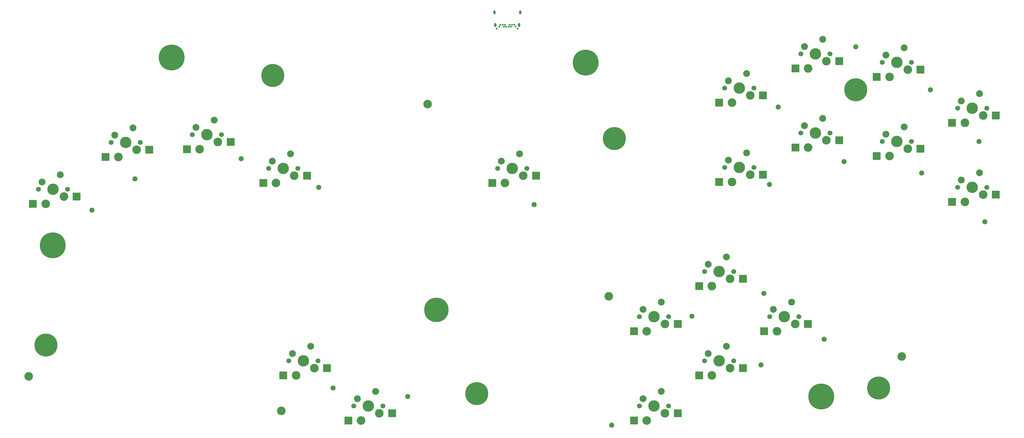
<source format=gbr>
%TF.GenerationSoftware,KiCad,Pcbnew,(7.0.0)*%
%TF.CreationDate,2023-03-03T23:44:03-05:00*%
%TF.ProjectId,ICOF1,49434f46-312e-46b6-9963-61645f706362,rev?*%
%TF.SameCoordinates,Original*%
%TF.FileFunction,Soldermask,Bot*%
%TF.FilePolarity,Negative*%
%FSLAX46Y46*%
G04 Gerber Fmt 4.6, Leading zero omitted, Abs format (unit mm)*
G04 Created by KiCad (PCBNEW (7.0.0)) date 2023-03-03 23:44:03*
%MOMM*%
%LPD*%
G01*
G04 APERTURE LIST*
G04 Aperture macros list*
%AMRoundRect*
0 Rectangle with rounded corners*
0 $1 Rounding radius*
0 $2 $3 $4 $5 $6 $7 $8 $9 X,Y pos of 4 corners*
0 Add a 4 corners polygon primitive as box body*
4,1,4,$2,$3,$4,$5,$6,$7,$8,$9,$2,$3,0*
0 Add four circle primitives for the rounded corners*
1,1,$1+$1,$2,$3*
1,1,$1+$1,$4,$5*
1,1,$1+$1,$6,$7*
1,1,$1+$1,$8,$9*
0 Add four rect primitives between the rounded corners*
20,1,$1+$1,$2,$3,$4,$5,0*
20,1,$1+$1,$4,$5,$6,$7,0*
20,1,$1+$1,$6,$7,$8,$9,0*
20,1,$1+$1,$8,$9,$2,$3,0*%
%AMFreePoly0*
4,1,17,0.425901,0.806901,0.806901,0.425901,0.825500,0.381000,0.825500,-0.381000,0.806901,-0.425901,0.425901,-0.806901,0.381000,-0.825500,-0.381000,-0.825500,-0.425901,-0.806901,-0.806901,-0.425901,-0.825500,-0.381000,-0.825500,0.381000,-0.806901,0.425901,-0.425901,0.806901,-0.381000,0.825500,0.381000,0.825500,0.425901,0.806901,0.425901,0.806901,$1*%
G04 Aperture macros list end*
%ADD10RoundRect,0.063500X1.275000X1.250000X-1.275000X1.250000X-1.275000X-1.250000X1.275000X-1.250000X0*%
%ADD11C,2.374900*%
%ADD12C,1.701800*%
%ADD13C,3.000000*%
%ADD14C,3.987800*%
%ADD15FreePoly0,0.000000*%
%ADD16C,9.000000*%
%ADD17C,8.000000*%
%ADD18C,8.500000*%
%ADD19O,0.800000X1.400000*%
%ADD20C,0.650000*%
G04 APERTURE END LIST*
D10*
%TO.C,U$15*%
X339386100Y-74187600D03*
X354626100Y-71647600D03*
D11*
X348911100Y-64027600D03*
X342561100Y-66567600D03*
D12*
X341291100Y-69107600D03*
D13*
X343831100Y-74187600D03*
D14*
X346371100Y-69107600D03*
D13*
X350181100Y-71647600D03*
D12*
X351451100Y-69107600D03*
%TD*%
D10*
%TO.C,U$19*%
X300155100Y-135317600D03*
X315395100Y-132777600D03*
D11*
X309680100Y-125157600D03*
X303330100Y-127697600D03*
D12*
X302060100Y-130237600D03*
D13*
X304600100Y-135317600D03*
D14*
X307140100Y-130237600D03*
D13*
X310950100Y-132777600D03*
D12*
X312220100Y-130237600D03*
%TD*%
D10*
%TO.C,SW8*%
X99147100Y-71818600D03*
X114387100Y-69278600D03*
D11*
X108672100Y-61658600D03*
X102322100Y-64198600D03*
D12*
X101052100Y-66738600D03*
D13*
X103592100Y-71818600D03*
D14*
X106132100Y-66738600D03*
D13*
X109942100Y-69278600D03*
D12*
X111212100Y-66738600D03*
%TD*%
D15*
%TO.C,JP18*%
X275031100Y-130103600D03*
%TD*%
D16*
%TO.C,@HOLE15*%
X320031100Y-158103600D03*
%TD*%
D13*
%TO.C,@HOLE1*%
X348031100Y-144103600D03*
%TD*%
D17*
%TO.C,@HOLE6*%
X50031100Y-140103600D03*
%TD*%
D15*
%TO.C,JP13*%
X358031100Y-51103600D03*
%TD*%
D10*
%TO.C,U$14*%
X311031100Y-71212600D03*
X326271100Y-68672600D03*
D11*
X320556100Y-61052600D03*
X314206100Y-63592600D03*
D12*
X312936100Y-66132600D03*
D13*
X315476100Y-71212600D03*
D14*
X318016100Y-66132600D03*
D13*
X321826100Y-68672600D03*
D12*
X323096100Y-66132600D03*
%TD*%
D16*
%TO.C,@HOLE11*%
X238031100Y-41603600D03*
%TD*%
D17*
%TO.C,@HOLE8*%
X248031100Y-68103600D03*
%TD*%
D13*
%TO.C,@HOLE0*%
X132031100Y-163103600D03*
%TD*%
D10*
%TO.C,U$16*%
X365609100Y-90223600D03*
X380849100Y-87683600D03*
D11*
X375134100Y-80063600D03*
X368784100Y-82603600D03*
D12*
X367514100Y-85143600D03*
D13*
X370054100Y-90223600D03*
D14*
X372594100Y-85143600D03*
D13*
X376404100Y-87683600D03*
D12*
X377674100Y-85143600D03*
%TD*%
D10*
%TO.C,U$8*%
X205451100Y-83581600D03*
X220691100Y-81041600D03*
D11*
X214976100Y-73421600D03*
X208626100Y-75961600D03*
D12*
X207356100Y-78501600D03*
D13*
X209896100Y-83581600D03*
D14*
X212436100Y-78501600D03*
D13*
X216246100Y-81041600D03*
D12*
X217516100Y-78501600D03*
%TD*%
D15*
%TO.C,JP20*%
X299031100Y-147103600D03*
%TD*%
D10*
%TO.C,U$17*%
X277498100Y-119547600D03*
X292738100Y-117007600D03*
D11*
X287023100Y-109387600D03*
X280673100Y-111927600D03*
D12*
X279403100Y-114467600D03*
D13*
X281943100Y-119547600D03*
D14*
X284483100Y-114467600D03*
D13*
X288293100Y-117007600D03*
D12*
X289563100Y-114467600D03*
%TD*%
D10*
%TO.C,U$12*%
X365609100Y-62613600D03*
X380849100Y-60073600D03*
D11*
X375134100Y-52453600D03*
X368784100Y-54993600D03*
D12*
X367514100Y-57533600D03*
D13*
X370054100Y-62613600D03*
D14*
X372594100Y-57533600D03*
D13*
X376404100Y-60073600D03*
D12*
X377674100Y-57533600D03*
%TD*%
D10*
%TO.C,U$9*%
X284513100Y-55598600D03*
X299753100Y-53058600D03*
D11*
X294038100Y-45438600D03*
X287688100Y-47978600D03*
D12*
X286418100Y-50518600D03*
D13*
X288958100Y-55598600D03*
D14*
X291498100Y-50518600D03*
D13*
X295308100Y-53058600D03*
D12*
X296578100Y-50518600D03*
%TD*%
D10*
%TO.C,U$20*%
X277498100Y-150732600D03*
X292738100Y-148192600D03*
D11*
X287023100Y-140572600D03*
X280673100Y-143112600D03*
D12*
X279403100Y-145652600D03*
D13*
X281943100Y-150732600D03*
D14*
X284483100Y-145652600D03*
D13*
X288293100Y-148192600D03*
D12*
X289563100Y-145652600D03*
%TD*%
D15*
%TO.C,JP10*%
X302031100Y-84103600D03*
%TD*%
%TO.C,JP12*%
X332031100Y-36103600D03*
%TD*%
%TO.C,JP7*%
X176031100Y-158103600D03*
%TD*%
%TO.C,JP16*%
X355031100Y-80103600D03*
%TD*%
%TO.C,JP6*%
X150031100Y-155103600D03*
%TD*%
D10*
%TO.C,U$18*%
X254811100Y-135317600D03*
X270051100Y-132777600D03*
D11*
X264336100Y-125157600D03*
X257986100Y-127697600D03*
D12*
X256716100Y-130237600D03*
D13*
X259256100Y-135317600D03*
D14*
X261796100Y-130237600D03*
D13*
X265606100Y-132777600D03*
D12*
X266876100Y-130237600D03*
%TD*%
D17*
%TO.C,@HOLE4*%
X332031100Y-51103600D03*
%TD*%
D15*
%TO.C,JP19*%
X321031100Y-138103600D03*
%TD*%
D12*
%TO.C,U$21*%
X266876100Y-161422600D03*
D13*
X265606100Y-163962600D03*
D14*
X261796100Y-161422600D03*
D13*
X259256100Y-166502600D03*
D12*
X256716100Y-161422600D03*
D11*
X257986100Y-158882600D03*
X264336100Y-156342600D03*
D10*
X270051100Y-163962600D03*
X254811100Y-166502600D03*
%TD*%
D15*
%TO.C,JP2*%
X66031100Y-93103600D03*
%TD*%
D13*
%TO.C,@HOLE3*%
X246031100Y-123103600D03*
%TD*%
D17*
%TO.C,@HOLE5*%
X340031100Y-155103600D03*
%TD*%
D15*
%TO.C,JP3*%
X81031100Y-82103600D03*
%TD*%
D13*
%TO.C,@HOLE10*%
X182930000Y-56050000D03*
%TD*%
D15*
%TO.C,JP17*%
X300031100Y-122103600D03*
%TD*%
D10*
%TO.C,SW10*%
X125719100Y-83581600D03*
X140959100Y-81041600D03*
D11*
X135244100Y-73421600D03*
X128894100Y-75961600D03*
D12*
X127624100Y-78501600D03*
D13*
X130164100Y-83581600D03*
D14*
X132704100Y-78501600D03*
D13*
X136514100Y-81041600D03*
D12*
X137784100Y-78501600D03*
%TD*%
D15*
%TO.C,JP14*%
X375031100Y-69103600D03*
%TD*%
%TO.C,JP11*%
X328031100Y-76103600D03*
%TD*%
%TO.C,JP8*%
X220031100Y-91103600D03*
%TD*%
D16*
%TO.C,@HOLE12*%
X52431100Y-105303600D03*
%TD*%
D15*
%TO.C,JP15*%
X377031100Y-97103600D03*
%TD*%
D10*
%TO.C,U$7*%
X155366100Y-166501600D03*
X170606100Y-163961600D03*
D11*
X164891100Y-156341600D03*
X158541100Y-158881600D03*
D12*
X157271100Y-161421600D03*
D13*
X159811100Y-166501600D03*
D14*
X162351100Y-161421600D03*
D13*
X166161100Y-163961600D03*
D12*
X167431100Y-161421600D03*
%TD*%
D15*
%TO.C,JP5*%
X145031100Y-85103600D03*
%TD*%
D17*
%TO.C,@HOLE7*%
X129031100Y-46103600D03*
%TD*%
D10*
%TO.C,U$11*%
X339386100Y-46577600D03*
X354626100Y-44037600D03*
D11*
X348911100Y-36417600D03*
X342561100Y-38957600D03*
D12*
X341291100Y-41497600D03*
D13*
X343831100Y-46577600D03*
D14*
X346371100Y-41497600D03*
D13*
X350181100Y-44037600D03*
D12*
X351451100Y-41497600D03*
%TD*%
D10*
%TO.C,U$13*%
X284513100Y-83207600D03*
X299753100Y-80667600D03*
D11*
X294038100Y-73047600D03*
X287688100Y-75587600D03*
D12*
X286418100Y-78127600D03*
D13*
X288958100Y-83207600D03*
D14*
X291498100Y-78127600D03*
D13*
X295308100Y-80667600D03*
D12*
X296578100Y-78127600D03*
%TD*%
D13*
%TO.C,@HOLE2*%
X44031100Y-151103600D03*
%TD*%
D15*
%TO.C,JP4*%
X118031100Y-75103600D03*
%TD*%
D18*
%TO.C,@HOLE14*%
X186031100Y-127903600D03*
%TD*%
D16*
%TO.C,@HOLE13*%
X93831100Y-39803600D03*
%TD*%
D10*
%TO.C,SW6*%
X70791100Y-74544600D03*
X86031100Y-72004600D03*
D11*
X80316100Y-64384600D03*
X73966100Y-66924600D03*
D12*
X72696100Y-69464600D03*
D13*
X75236100Y-74544600D03*
D14*
X77776100Y-69464600D03*
D13*
X81586100Y-72004600D03*
D12*
X82856100Y-69464600D03*
%TD*%
D10*
%TO.C,SW4*%
X45511100Y-90847600D03*
X60751100Y-88307600D03*
D11*
X55036100Y-80687600D03*
X48686100Y-83227600D03*
D12*
X47416100Y-85767600D03*
D13*
X49956100Y-90847600D03*
D14*
X52496100Y-85767600D03*
D13*
X56306100Y-88307600D03*
D12*
X57576100Y-85767600D03*
%TD*%
D10*
%TO.C,U$6*%
X132678100Y-150732600D03*
X147918100Y-148192600D03*
D11*
X142203100Y-140572600D03*
X135853100Y-143112600D03*
D12*
X134583100Y-145652600D03*
D13*
X137123100Y-150732600D03*
D14*
X139663100Y-145652600D03*
D13*
X143473100Y-148192600D03*
D12*
X144743100Y-145652600D03*
%TD*%
D17*
%TO.C,@HOLE9*%
X200031100Y-157103600D03*
%TD*%
D15*
%TO.C,JP21*%
X247031100Y-168103600D03*
%TD*%
D10*
%TO.C,U$10*%
X311031100Y-43602600D03*
X326271100Y-41062600D03*
D11*
X320556100Y-33442600D03*
X314206100Y-35982600D03*
D12*
X312936100Y-38522600D03*
D13*
X315476100Y-43602600D03*
D14*
X318016100Y-38522600D03*
D13*
X321826100Y-41062600D03*
D12*
X323096100Y-38522600D03*
%TD*%
D19*
%TO.C,J1*%
X206233999Y-24077106D03*
X206518999Y-28467106D03*
X214778999Y-28467106D03*
X215213999Y-24077106D03*
D20*
X213524000Y-29067107D03*
X213124000Y-28367107D03*
X212324000Y-28367107D03*
X211924000Y-29067107D03*
X211524000Y-28367107D03*
X211124000Y-29067107D03*
X210324000Y-29067107D03*
X209924000Y-28367107D03*
X209524000Y-29067107D03*
X209124000Y-28367107D03*
X208324000Y-28367107D03*
X207924000Y-29067107D03*
X206974000Y-29717107D03*
X214324000Y-29717107D03*
%TD*%
D15*
%TO.C,JP9*%
X305031100Y-57103600D03*
%TD*%
M02*

</source>
